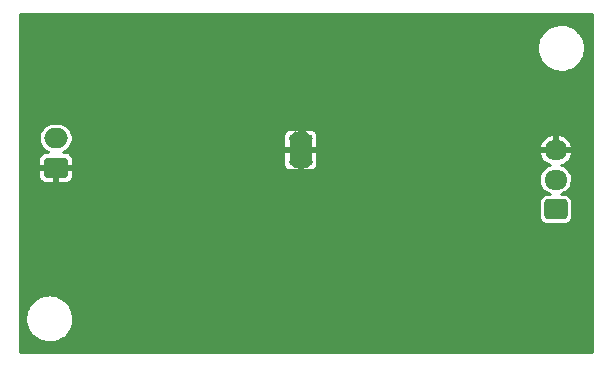
<source format=gbr>
%TF.GenerationSoftware,KiCad,Pcbnew,(6.0.2)*%
%TF.CreationDate,2022-10-19T14:59:14+05:30*%
%TF.ProjectId,psu,7073752e-6b69-4636-9164-5f7063625858,rev?*%
%TF.SameCoordinates,Original*%
%TF.FileFunction,Copper,L2,Bot*%
%TF.FilePolarity,Positive*%
%FSLAX46Y46*%
G04 Gerber Fmt 4.6, Leading zero omitted, Abs format (unit mm)*
G04 Created by KiCad (PCBNEW (6.0.2)) date 2022-10-19 14:59:14*
%MOMM*%
%LPD*%
G01*
G04 APERTURE LIST*
G04 Aperture macros list*
%AMRoundRect*
0 Rectangle with rounded corners*
0 $1 Rounding radius*
0 $2 $3 $4 $5 $6 $7 $8 $9 X,Y pos of 4 corners*
0 Add a 4 corners polygon primitive as box body*
4,1,4,$2,$3,$4,$5,$6,$7,$8,$9,$2,$3,0*
0 Add four circle primitives for the rounded corners*
1,1,$1+$1,$2,$3*
1,1,$1+$1,$4,$5*
1,1,$1+$1,$6,$7*
1,1,$1+$1,$8,$9*
0 Add four rect primitives between the rounded corners*
20,1,$1+$1,$2,$3,$4,$5,0*
20,1,$1+$1,$4,$5,$6,$7,0*
20,1,$1+$1,$6,$7,$8,$9,0*
20,1,$1+$1,$8,$9,$2,$3,0*%
G04 Aperture macros list end*
%TA.AperFunction,ComponentPad*%
%ADD10C,0.500000*%
%TD*%
%TA.AperFunction,SMDPad,CuDef*%
%ADD11R,1.900000X2.500000*%
%TD*%
%TA.AperFunction,ComponentPad*%
%ADD12RoundRect,0.250000X0.725000X-0.600000X0.725000X0.600000X-0.725000X0.600000X-0.725000X-0.600000X0*%
%TD*%
%TA.AperFunction,ComponentPad*%
%ADD13O,1.950000X1.700000*%
%TD*%
%TA.AperFunction,ComponentPad*%
%ADD14RoundRect,0.250000X0.750000X-0.600000X0.750000X0.600000X-0.750000X0.600000X-0.750000X-0.600000X0*%
%TD*%
%TA.AperFunction,ComponentPad*%
%ADD15O,2.000000X1.700000*%
%TD*%
%TA.AperFunction,ViaPad*%
%ADD16C,0.800000*%
%TD*%
G04 APERTURE END LIST*
D10*
%TO.P,U1,9,GNDPAD*%
%TO.N,GND*%
X147010000Y-83180000D03*
D11*
X146310000Y-82180000D03*
D10*
X145610000Y-83180000D03*
X145610000Y-82180000D03*
X147010000Y-81180000D03*
X147010000Y-82180000D03*
X145610000Y-81180000D03*
%TD*%
D12*
%TO.P,J2,1,Pin_1*%
%TO.N,/ADC*%
X167910000Y-87210000D03*
D13*
%TO.P,J2,2,Pin_2*%
%TO.N,VDD*%
X167910000Y-84710000D03*
%TO.P,J2,3,Pin_3*%
%TO.N,GND*%
X167910000Y-82210000D03*
%TD*%
D14*
%TO.P,J1,1,Pin_1*%
%TO.N,GND*%
X125603000Y-83693000D03*
D15*
%TO.P,J1,2,Pin_2*%
%TO.N,/V_in*%
X125603000Y-81193000D03*
%TD*%
D16*
%TO.N,GND*%
X162687000Y-98298000D03*
X139446000Y-92202000D03*
X138938000Y-74803000D03*
X133223000Y-72263000D03*
X125095000Y-87122000D03*
X150876000Y-81407000D03*
X168656000Y-77851000D03*
X155575000Y-98298000D03*
X167386000Y-77851000D03*
X163830000Y-98298000D03*
X146558000Y-72390000D03*
X138938000Y-72136000D03*
X149733000Y-98425000D03*
X124714000Y-86106000D03*
X147828000Y-98425000D03*
X156845000Y-98171000D03*
X145034000Y-72390000D03*
X166243000Y-77851000D03*
X133350000Y-74676000D03*
X125984000Y-86106000D03*
%TD*%
%TA.AperFunction,Conductor*%
%TO.N,GND*%
G36*
X171062121Y-70610002D02*
G01*
X171108614Y-70663658D01*
X171120000Y-70716000D01*
X171120000Y-99294000D01*
X171099998Y-99362121D01*
X171046342Y-99408614D01*
X170994000Y-99420000D01*
X122606000Y-99420000D01*
X122537879Y-99399998D01*
X122491386Y-99346342D01*
X122480000Y-99294000D01*
X122480000Y-96430323D01*
X123161041Y-96430323D01*
X123161216Y-96434774D01*
X123163386Y-96490000D01*
X123168199Y-96612477D01*
X123171578Y-96698484D01*
X123219793Y-96962485D01*
X123304725Y-97217059D01*
X123306718Y-97221047D01*
X123385652Y-97379018D01*
X123424680Y-97457126D01*
X123577263Y-97677896D01*
X123759432Y-97874965D01*
X123762886Y-97877777D01*
X123964093Y-98041585D01*
X123964097Y-98041588D01*
X123967550Y-98044399D01*
X124197465Y-98182820D01*
X124201560Y-98184554D01*
X124201562Y-98184555D01*
X124440490Y-98285728D01*
X124440497Y-98285730D01*
X124444591Y-98287464D01*
X124539773Y-98312701D01*
X124699698Y-98355105D01*
X124699702Y-98355106D01*
X124703995Y-98356244D01*
X124708404Y-98356766D01*
X124708410Y-98356767D01*
X124856497Y-98374294D01*
X124970503Y-98387787D01*
X125238796Y-98381464D01*
X125243190Y-98380733D01*
X125243197Y-98380732D01*
X125499120Y-98338135D01*
X125499124Y-98338134D01*
X125503522Y-98337402D01*
X125670642Y-98284549D01*
X125755152Y-98257822D01*
X125755154Y-98257821D01*
X125759398Y-98256479D01*
X125763409Y-98254553D01*
X125763414Y-98254551D01*
X125997301Y-98142240D01*
X125997302Y-98142239D01*
X126001320Y-98140310D01*
X126141417Y-98046700D01*
X126220752Y-97993690D01*
X126220756Y-97993687D01*
X126224460Y-97991212D01*
X126227777Y-97988241D01*
X126227781Y-97988238D01*
X126421047Y-97815134D01*
X126421048Y-97815133D01*
X126424365Y-97812162D01*
X126597048Y-97606731D01*
X126739063Y-97379018D01*
X126847576Y-97133567D01*
X126920422Y-96875275D01*
X126941965Y-96714884D01*
X126955720Y-96612477D01*
X126955721Y-96612469D01*
X126956147Y-96609295D01*
X126959896Y-96490000D01*
X126940942Y-96222302D01*
X126884458Y-95959946D01*
X126861891Y-95898774D01*
X126793112Y-95712343D01*
X126791571Y-95708166D01*
X126664135Y-95471985D01*
X126504692Y-95256116D01*
X126501573Y-95252947D01*
X126501569Y-95252943D01*
X126411847Y-95161801D01*
X126316424Y-95064867D01*
X126269659Y-95029177D01*
X126106627Y-94904755D01*
X126106623Y-94904753D01*
X126103086Y-94902053D01*
X125868936Y-94770923D01*
X125618646Y-94674093D01*
X125614321Y-94673090D01*
X125614316Y-94673089D01*
X125470619Y-94639782D01*
X125357209Y-94613495D01*
X125089842Y-94590338D01*
X125085407Y-94590582D01*
X125085403Y-94590582D01*
X124826323Y-94604840D01*
X124826316Y-94604841D01*
X124821880Y-94605085D01*
X124558669Y-94657441D01*
X124554459Y-94658919D01*
X124554457Y-94658920D01*
X124406434Y-94710902D01*
X124305460Y-94746362D01*
X124301509Y-94748415D01*
X124301503Y-94748417D01*
X124071257Y-94868020D01*
X124067307Y-94870072D01*
X124063692Y-94872655D01*
X124063686Y-94872659D01*
X123926279Y-94970853D01*
X123848961Y-95026105D01*
X123845741Y-95029177D01*
X123671971Y-95194945D01*
X123654778Y-95211346D01*
X123488633Y-95422100D01*
X123425127Y-95531433D01*
X123356079Y-95650307D01*
X123356076Y-95650313D01*
X123353841Y-95654161D01*
X123253092Y-95902900D01*
X123252021Y-95907213D01*
X123252019Y-95907218D01*
X123217281Y-96047065D01*
X123188395Y-96163353D01*
X123161041Y-96430323D01*
X122480000Y-96430323D01*
X122480000Y-84328199D01*
X124253001Y-84328199D01*
X124253539Y-84336411D01*
X124267366Y-84441444D01*
X124271604Y-84457259D01*
X124325741Y-84587959D01*
X124333930Y-84602142D01*
X124420046Y-84714372D01*
X124431626Y-84725952D01*
X124543861Y-84812072D01*
X124558042Y-84820259D01*
X124688739Y-84874396D01*
X124704558Y-84878634D01*
X124809590Y-84892462D01*
X124817799Y-84893000D01*
X125330885Y-84893000D01*
X125346124Y-84888525D01*
X125347329Y-84887135D01*
X125349000Y-84879452D01*
X125349000Y-84874884D01*
X125857000Y-84874884D01*
X125861475Y-84890123D01*
X125862865Y-84891328D01*
X125870548Y-84892999D01*
X126388199Y-84892999D01*
X126396411Y-84892461D01*
X126501444Y-84878634D01*
X126517259Y-84874396D01*
X126647959Y-84820259D01*
X126662142Y-84812070D01*
X126774372Y-84725954D01*
X126785952Y-84714374D01*
X126872072Y-84602139D01*
X126880259Y-84587958D01*
X126934396Y-84457261D01*
X126938634Y-84441442D01*
X126952462Y-84336410D01*
X126953000Y-84328201D01*
X126953000Y-83965115D01*
X126948525Y-83949876D01*
X126947135Y-83948671D01*
X126939452Y-83947000D01*
X125875115Y-83947000D01*
X125859876Y-83951475D01*
X125858671Y-83952865D01*
X125857000Y-83960548D01*
X125857000Y-84874884D01*
X125349000Y-84874884D01*
X125349000Y-83965115D01*
X125344525Y-83949876D01*
X125343135Y-83948671D01*
X125335452Y-83947000D01*
X124271116Y-83947000D01*
X124255877Y-83951475D01*
X124254672Y-83952865D01*
X124253001Y-83960548D01*
X124253001Y-84328199D01*
X122480000Y-84328199D01*
X122480000Y-83420885D01*
X124253000Y-83420885D01*
X124257475Y-83436124D01*
X124258865Y-83437329D01*
X124266548Y-83439000D01*
X126934884Y-83439000D01*
X126950123Y-83434525D01*
X126951328Y-83433135D01*
X126952999Y-83425452D01*
X126952999Y-83188188D01*
X145005901Y-83188188D01*
X145008923Y-83211142D01*
X145010001Y-83227589D01*
X145010001Y-83458568D01*
X145010672Y-83467734D01*
X145018700Y-83522278D01*
X145024443Y-83540759D01*
X145066889Y-83627213D01*
X145078849Y-83643918D01*
X145146572Y-83711523D01*
X145163300Y-83723455D01*
X145249838Y-83765755D01*
X145268306Y-83771463D01*
X145322297Y-83779340D01*
X145331396Y-83780000D01*
X145562418Y-83780000D01*
X145578864Y-83781078D01*
X145601812Y-83784099D01*
X145618188Y-83784099D01*
X145641136Y-83781078D01*
X145657582Y-83780000D01*
X145838331Y-83780000D01*
X145849220Y-83776803D01*
X145920216Y-83776804D01*
X145928748Y-83779644D01*
X145929702Y-83780000D01*
X146037885Y-83780000D01*
X146053124Y-83775525D01*
X146054329Y-83774135D01*
X146056000Y-83766452D01*
X146056000Y-83761884D01*
X146564000Y-83761884D01*
X146568475Y-83777123D01*
X146569865Y-83778328D01*
X146577548Y-83779999D01*
X146686784Y-83779999D01*
X146697671Y-83776802D01*
X146768667Y-83776801D01*
X146777206Y-83779643D01*
X146778160Y-83779999D01*
X146962412Y-83779999D01*
X146978859Y-83781077D01*
X147001812Y-83784099D01*
X147018188Y-83784099D01*
X147041142Y-83781077D01*
X147057589Y-83779999D01*
X147288568Y-83779999D01*
X147297734Y-83779328D01*
X147352278Y-83771300D01*
X147370759Y-83765557D01*
X147457213Y-83723111D01*
X147473918Y-83711151D01*
X147541523Y-83643428D01*
X147553455Y-83626700D01*
X147595755Y-83540162D01*
X147601463Y-83521694D01*
X147609340Y-83467703D01*
X147610000Y-83458604D01*
X147610000Y-83227582D01*
X147611078Y-83211136D01*
X147614099Y-83188188D01*
X147614099Y-83171812D01*
X147611078Y-83148864D01*
X147610000Y-83132418D01*
X147610000Y-82482722D01*
X166614189Y-82482722D01*
X166619944Y-82516213D01*
X166622925Y-82527339D01*
X166695258Y-82723408D01*
X166700210Y-82733790D01*
X166807064Y-82913396D01*
X166813829Y-82922708D01*
X166951629Y-83079837D01*
X166959972Y-83087754D01*
X167124095Y-83217138D01*
X167133751Y-83223409D01*
X167318696Y-83320713D01*
X167329335Y-83325120D01*
X167459650Y-83365584D01*
X167518776Y-83404887D01*
X167547266Y-83469916D01*
X167536076Y-83540025D01*
X167488759Y-83592955D01*
X167456488Y-83607185D01*
X167370931Y-83631314D01*
X167365753Y-83633867D01*
X167365749Y-83633869D01*
X167318417Y-83657211D01*
X167181290Y-83724835D01*
X167011867Y-83851349D01*
X166868337Y-84006619D01*
X166865256Y-84011502D01*
X166853045Y-84030856D01*
X166755505Y-84185446D01*
X166677152Y-84381840D01*
X166676027Y-84387497D01*
X166676025Y-84387503D01*
X166665296Y-84441444D01*
X166635901Y-84589225D01*
X166635825Y-84595000D01*
X166635825Y-84595004D01*
X166635431Y-84625128D01*
X166633133Y-84800654D01*
X166634112Y-84806351D01*
X166634112Y-84806352D01*
X166649001Y-84892999D01*
X166668941Y-85009047D01*
X166742127Y-85207425D01*
X166850238Y-85389144D01*
X166989655Y-85548119D01*
X167155708Y-85679024D01*
X167160819Y-85681713D01*
X167160822Y-85681715D01*
X167191241Y-85697719D01*
X167342836Y-85777477D01*
X167457777Y-85813167D01*
X167516902Y-85852470D01*
X167545393Y-85917500D01*
X167534203Y-85987609D01*
X167486886Y-86040539D01*
X167420413Y-86059500D01*
X167142228Y-86059500D01*
X167052453Y-86070364D01*
X167044925Y-86073344D01*
X167044923Y-86073345D01*
X166975832Y-86100700D01*
X166912217Y-86125887D01*
X166792078Y-86217078D01*
X166700887Y-86337217D01*
X166645364Y-86477453D01*
X166634500Y-86567228D01*
X166634500Y-87852772D01*
X166645364Y-87942547D01*
X166700887Y-88082783D01*
X166792078Y-88202922D01*
X166912217Y-88294113D01*
X166975832Y-88319300D01*
X167044923Y-88346655D01*
X167044925Y-88346656D01*
X167052453Y-88349636D01*
X167142228Y-88360500D01*
X168677772Y-88360500D01*
X168767547Y-88349636D01*
X168775075Y-88346656D01*
X168775077Y-88346655D01*
X168844168Y-88319300D01*
X168907783Y-88294113D01*
X169027922Y-88202922D01*
X169119113Y-88082783D01*
X169174636Y-87942547D01*
X169185500Y-87852772D01*
X169185500Y-86567228D01*
X169174636Y-86477453D01*
X169119113Y-86337217D01*
X169027922Y-86217078D01*
X168907783Y-86125887D01*
X168844168Y-86100700D01*
X168775077Y-86073345D01*
X168775075Y-86073344D01*
X168767547Y-86070364D01*
X168677772Y-86059500D01*
X168399785Y-86059500D01*
X168331664Y-86039498D01*
X168285171Y-85985842D01*
X168275067Y-85915568D01*
X168304561Y-85850988D01*
X168365584Y-85812231D01*
X168449069Y-85788686D01*
X168454247Y-85786133D01*
X168454251Y-85786131D01*
X168633531Y-85697719D01*
X168638710Y-85695165D01*
X168808133Y-85568651D01*
X168951663Y-85413381D01*
X168964215Y-85393488D01*
X169061416Y-85239434D01*
X169061416Y-85239433D01*
X169064495Y-85234554D01*
X169142848Y-85038160D01*
X169143973Y-85032503D01*
X169143975Y-85032497D01*
X169182972Y-84836442D01*
X169182972Y-84836440D01*
X169184099Y-84830775D01*
X169184494Y-84800654D01*
X169186791Y-84625128D01*
X169186867Y-84619346D01*
X169151059Y-84410953D01*
X169077873Y-84212575D01*
X168969762Y-84030856D01*
X168830345Y-83871881D01*
X168664292Y-83740976D01*
X168659181Y-83738287D01*
X168659178Y-83738285D01*
X168505081Y-83657211D01*
X168477164Y-83642523D01*
X168359676Y-83606042D01*
X168300551Y-83566739D01*
X168272060Y-83501709D01*
X168283250Y-83431600D01*
X168330567Y-83378670D01*
X168362839Y-83364440D01*
X168461323Y-83336665D01*
X168472064Y-83332542D01*
X168659503Y-83240107D01*
X168669311Y-83234097D01*
X168836773Y-83109047D01*
X168845313Y-83101357D01*
X168987184Y-82947883D01*
X168994185Y-82938758D01*
X169105707Y-82762006D01*
X169110928Y-82751759D01*
X169188371Y-82557647D01*
X169191640Y-82546611D01*
X169204538Y-82481770D01*
X169203386Y-82468894D01*
X169188230Y-82464000D01*
X166629087Y-82464000D01*
X166616125Y-82467806D01*
X166614189Y-82482722D01*
X147610000Y-82482722D01*
X147610000Y-82452115D01*
X147605525Y-82436876D01*
X147604135Y-82435671D01*
X147596452Y-82434000D01*
X147127668Y-82434000D01*
X147102023Y-82441530D01*
X146876365Y-82667188D01*
X146868751Y-82681132D01*
X146868882Y-82682965D01*
X146873133Y-82689580D01*
X147274458Y-83090905D01*
X147308484Y-83153217D01*
X147303419Y-83224032D01*
X147274458Y-83269095D01*
X146823324Y-83720229D01*
X146761012Y-83754255D01*
X146690197Y-83749190D01*
X146645134Y-83720229D01*
X146576811Y-83651906D01*
X146566723Y-83646398D01*
X146564000Y-83653700D01*
X146564000Y-83761884D01*
X146056000Y-83761884D01*
X146056000Y-83657211D01*
X146052763Y-83646186D01*
X146045670Y-83649425D01*
X145974866Y-83720229D01*
X145912554Y-83754255D01*
X145841739Y-83749190D01*
X145796676Y-83720229D01*
X145345542Y-83269095D01*
X145311516Y-83206783D01*
X145313351Y-83181132D01*
X145968751Y-83181132D01*
X145968882Y-83182965D01*
X145973133Y-83189580D01*
X146043188Y-83259635D01*
X146053277Y-83265144D01*
X146056000Y-83257843D01*
X146056000Y-83254332D01*
X146564000Y-83254332D01*
X146567237Y-83265357D01*
X146574328Y-83262119D01*
X146643635Y-83192812D01*
X146651249Y-83178868D01*
X146651118Y-83177035D01*
X146646867Y-83170420D01*
X146576812Y-83100365D01*
X146566723Y-83094856D01*
X146564000Y-83102157D01*
X146564000Y-83254332D01*
X146056000Y-83254332D01*
X146056000Y-83105668D01*
X146052763Y-83094643D01*
X146045672Y-83097881D01*
X145976365Y-83167188D01*
X145968751Y-83181132D01*
X145313351Y-83181132D01*
X145316581Y-83135968D01*
X145345542Y-83090905D01*
X145743635Y-82692812D01*
X145750013Y-82681132D01*
X146020294Y-82681132D01*
X146020425Y-82682965D01*
X146024676Y-82689580D01*
X146043188Y-82708092D01*
X146053277Y-82713601D01*
X146056000Y-82706300D01*
X146056000Y-82702789D01*
X146564000Y-82702789D01*
X146567237Y-82713814D01*
X146574328Y-82710576D01*
X146592092Y-82692812D01*
X146599706Y-82678868D01*
X146599575Y-82677035D01*
X146595324Y-82670420D01*
X146576812Y-82651908D01*
X146566723Y-82646399D01*
X146564000Y-82653700D01*
X146564000Y-82702789D01*
X146056000Y-82702789D01*
X146056000Y-82657211D01*
X146052763Y-82646186D01*
X146045672Y-82649424D01*
X146027908Y-82667188D01*
X146020294Y-82681132D01*
X145750013Y-82681132D01*
X145751249Y-82678868D01*
X145751118Y-82677035D01*
X145746867Y-82670420D01*
X145523259Y-82446812D01*
X145499797Y-82434000D01*
X145028116Y-82434000D01*
X145012877Y-82438475D01*
X145011672Y-82439865D01*
X145010001Y-82447548D01*
X145010001Y-83132411D01*
X145008923Y-83148858D01*
X145005901Y-83171812D01*
X145005901Y-83188188D01*
X126952999Y-83188188D01*
X126952999Y-83057801D01*
X126952461Y-83049589D01*
X126938634Y-82944556D01*
X126934396Y-82928741D01*
X126880259Y-82798041D01*
X126872070Y-82783858D01*
X126785954Y-82671628D01*
X126774374Y-82660048D01*
X126662139Y-82573928D01*
X126647958Y-82565741D01*
X126517261Y-82511604D01*
X126501442Y-82507366D01*
X126396410Y-82493538D01*
X126388201Y-82493000D01*
X126258673Y-82493000D01*
X126190552Y-82472998D01*
X126144059Y-82419342D01*
X126133955Y-82349068D01*
X126163449Y-82284488D01*
X126202945Y-82253994D01*
X126351527Y-82180721D01*
X126356710Y-82178165D01*
X126526133Y-82051651D01*
X126630978Y-81938230D01*
X166615462Y-81938230D01*
X166616614Y-81951106D01*
X166631770Y-81956000D01*
X167637885Y-81956000D01*
X167653124Y-81951525D01*
X167654329Y-81950135D01*
X167656000Y-81942452D01*
X167656000Y-81937885D01*
X168164000Y-81937885D01*
X168168475Y-81953124D01*
X168169865Y-81954329D01*
X168177548Y-81956000D01*
X169190913Y-81956000D01*
X169203875Y-81952194D01*
X169205811Y-81937278D01*
X169200056Y-81903787D01*
X169197075Y-81892661D01*
X169124742Y-81696592D01*
X169119790Y-81686210D01*
X169012936Y-81506604D01*
X169006171Y-81497292D01*
X168868371Y-81340163D01*
X168860028Y-81332246D01*
X168695905Y-81202862D01*
X168686249Y-81196591D01*
X168501304Y-81099287D01*
X168490667Y-81094881D01*
X168291084Y-81032908D01*
X168279826Y-81030515D01*
X168181988Y-81018935D01*
X168167569Y-81021377D01*
X168164000Y-81034119D01*
X168164000Y-81937885D01*
X167656000Y-81937885D01*
X167656000Y-81034827D01*
X167651729Y-81020282D01*
X167639595Y-81018219D01*
X167571134Y-81024510D01*
X167559820Y-81026607D01*
X167358675Y-81083336D01*
X167347936Y-81087458D01*
X167160497Y-81179893D01*
X167150689Y-81185903D01*
X166983227Y-81310953D01*
X166974687Y-81318643D01*
X166832816Y-81472117D01*
X166825815Y-81481242D01*
X166714293Y-81657994D01*
X166709072Y-81668241D01*
X166631629Y-81862353D01*
X166628360Y-81873389D01*
X166615462Y-81938230D01*
X126630978Y-81938230D01*
X126631858Y-81937278D01*
X126665743Y-81900622D01*
X126665745Y-81900620D01*
X126669663Y-81896381D01*
X126684170Y-81873389D01*
X126779416Y-81722434D01*
X126779416Y-81722433D01*
X126782495Y-81717554D01*
X126860848Y-81521160D01*
X126861973Y-81515503D01*
X126861975Y-81515497D01*
X126900972Y-81319442D01*
X126900972Y-81319440D01*
X126902099Y-81313775D01*
X126902494Y-81283654D01*
X126903743Y-81188188D01*
X145005901Y-81188188D01*
X145008922Y-81211136D01*
X145010000Y-81227582D01*
X145010000Y-81907885D01*
X145014475Y-81923124D01*
X145015865Y-81924329D01*
X145023548Y-81926000D01*
X145492332Y-81926000D01*
X145517977Y-81918470D01*
X145743635Y-81692812D01*
X145750013Y-81681132D01*
X146020294Y-81681132D01*
X146020425Y-81682965D01*
X146024676Y-81689580D01*
X146043188Y-81708092D01*
X146053277Y-81713601D01*
X146056000Y-81706300D01*
X146056000Y-81702789D01*
X146564000Y-81702789D01*
X146567237Y-81713814D01*
X146574328Y-81710576D01*
X146592092Y-81692812D01*
X146599706Y-81678868D01*
X146599575Y-81677035D01*
X146595324Y-81670420D01*
X146576812Y-81651908D01*
X146566723Y-81646399D01*
X146564000Y-81653700D01*
X146564000Y-81702789D01*
X146056000Y-81702789D01*
X146056000Y-81657211D01*
X146052763Y-81646186D01*
X146045672Y-81649424D01*
X146027908Y-81667188D01*
X146020294Y-81681132D01*
X145750013Y-81681132D01*
X145751249Y-81678868D01*
X145751118Y-81677035D01*
X145746867Y-81670420D01*
X145345542Y-81269095D01*
X145311516Y-81206783D01*
X145313351Y-81181132D01*
X145968751Y-81181132D01*
X145968882Y-81182965D01*
X145973133Y-81189580D01*
X146043188Y-81259635D01*
X146053277Y-81265144D01*
X146056000Y-81257843D01*
X146056000Y-81254332D01*
X146564000Y-81254332D01*
X146567237Y-81265357D01*
X146574328Y-81262119D01*
X146643635Y-81192812D01*
X146651249Y-81178868D01*
X146651118Y-81177035D01*
X146646867Y-81170420D01*
X146576812Y-81100365D01*
X146566723Y-81094856D01*
X146564000Y-81102157D01*
X146564000Y-81254332D01*
X146056000Y-81254332D01*
X146056000Y-81105668D01*
X146052763Y-81094643D01*
X146045672Y-81097881D01*
X145976365Y-81167188D01*
X145968751Y-81181132D01*
X145313351Y-81181132D01*
X145316581Y-81135968D01*
X145345542Y-81090905D01*
X145796676Y-80639771D01*
X145858988Y-80605745D01*
X145929803Y-80610810D01*
X145974866Y-80639771D01*
X146043189Y-80708094D01*
X146053277Y-80713602D01*
X146056000Y-80706300D01*
X146056000Y-80702789D01*
X146564000Y-80702789D01*
X146567237Y-80713814D01*
X146574330Y-80710575D01*
X146645134Y-80639771D01*
X146707446Y-80605745D01*
X146778261Y-80610810D01*
X146823324Y-80639771D01*
X147274458Y-81090905D01*
X147308484Y-81153217D01*
X147303419Y-81224032D01*
X147274458Y-81269095D01*
X146876365Y-81667188D01*
X146868751Y-81681132D01*
X146868882Y-81682965D01*
X146873133Y-81689580D01*
X147096741Y-81913188D01*
X147120203Y-81926000D01*
X147591884Y-81926000D01*
X147607123Y-81921525D01*
X147608328Y-81920135D01*
X147609999Y-81912452D01*
X147609999Y-81227589D01*
X147611077Y-81211142D01*
X147614099Y-81188188D01*
X147614099Y-81171812D01*
X147611077Y-81148858D01*
X147609999Y-81132411D01*
X147609999Y-80901432D01*
X147609328Y-80892266D01*
X147601300Y-80837722D01*
X147595557Y-80819241D01*
X147553111Y-80732787D01*
X147541151Y-80716082D01*
X147473428Y-80648477D01*
X147456700Y-80636545D01*
X147370162Y-80594245D01*
X147351694Y-80588537D01*
X147297703Y-80580660D01*
X147288604Y-80580000D01*
X147057582Y-80580000D01*
X147041136Y-80578922D01*
X147018188Y-80575901D01*
X147001812Y-80575901D01*
X146978864Y-80578922D01*
X146962418Y-80580000D01*
X146781669Y-80580000D01*
X146770780Y-80583197D01*
X146699784Y-80583196D01*
X146691252Y-80580356D01*
X146690298Y-80580000D01*
X146582115Y-80580000D01*
X146566876Y-80584475D01*
X146565671Y-80585865D01*
X146564000Y-80593548D01*
X146564000Y-80702789D01*
X146056000Y-80702789D01*
X146056000Y-80598116D01*
X146051525Y-80582877D01*
X146050135Y-80581672D01*
X146042452Y-80580001D01*
X145933216Y-80580001D01*
X145922329Y-80583198D01*
X145851333Y-80583199D01*
X145842794Y-80580357D01*
X145841840Y-80580001D01*
X145657588Y-80580001D01*
X145641141Y-80578923D01*
X145618188Y-80575901D01*
X145601812Y-80575901D01*
X145578858Y-80578923D01*
X145562411Y-80580001D01*
X145331432Y-80580001D01*
X145322266Y-80580672D01*
X145267722Y-80588700D01*
X145249241Y-80594443D01*
X145162787Y-80636889D01*
X145146082Y-80648849D01*
X145078477Y-80716572D01*
X145066545Y-80733300D01*
X145024245Y-80819838D01*
X145018537Y-80838306D01*
X145010660Y-80892297D01*
X145010000Y-80901396D01*
X145010000Y-81132418D01*
X145008922Y-81148864D01*
X145005901Y-81171812D01*
X145005901Y-81188188D01*
X126903743Y-81188188D01*
X126903773Y-81185903D01*
X126904867Y-81102346D01*
X126869059Y-80893953D01*
X126795873Y-80695575D01*
X126729016Y-80583198D01*
X126690716Y-80518821D01*
X126690715Y-80518820D01*
X126687762Y-80513856D01*
X126548345Y-80354881D01*
X126382292Y-80223976D01*
X126377181Y-80221287D01*
X126377178Y-80221285D01*
X126282362Y-80171400D01*
X126195164Y-80125523D01*
X125993227Y-80062820D01*
X125978801Y-80061113D01*
X125825232Y-80042936D01*
X125825225Y-80042936D01*
X125821545Y-80042500D01*
X125399359Y-80042500D01*
X125242440Y-80056919D01*
X125236878Y-80058488D01*
X125236876Y-80058488D01*
X125180775Y-80074310D01*
X125038931Y-80114314D01*
X125033753Y-80116867D01*
X125033749Y-80116869D01*
X124858508Y-80203289D01*
X124849290Y-80207835D01*
X124679867Y-80334349D01*
X124536337Y-80489619D01*
X124533256Y-80494502D01*
X124436105Y-80648477D01*
X124423505Y-80668446D01*
X124345152Y-80864840D01*
X124344027Y-80870497D01*
X124344025Y-80870503D01*
X124311340Y-81034827D01*
X124303901Y-81072225D01*
X124303825Y-81078000D01*
X124303825Y-81078004D01*
X124303463Y-81105668D01*
X124301133Y-81283654D01*
X124302112Y-81289351D01*
X124302112Y-81289352D01*
X124309483Y-81332246D01*
X124336941Y-81492047D01*
X124410127Y-81690425D01*
X124413079Y-81695386D01*
X124413079Y-81695387D01*
X124422116Y-81710576D01*
X124518238Y-81872144D01*
X124657655Y-82031119D01*
X124823708Y-82162024D01*
X124828819Y-82164713D01*
X124828822Y-82164715D01*
X125001363Y-82255493D01*
X125052335Y-82304912D01*
X125068498Y-82374045D01*
X125044719Y-82440941D01*
X124988548Y-82484361D01*
X124942695Y-82493001D01*
X124817801Y-82493001D01*
X124809589Y-82493539D01*
X124704556Y-82507366D01*
X124688741Y-82511604D01*
X124558041Y-82565741D01*
X124543858Y-82573930D01*
X124431628Y-82660046D01*
X124420048Y-82671626D01*
X124333928Y-82783861D01*
X124325741Y-82798042D01*
X124271604Y-82928739D01*
X124267366Y-82944558D01*
X124253538Y-83049590D01*
X124253000Y-83057799D01*
X124253000Y-83420885D01*
X122480000Y-83420885D01*
X122480000Y-73510323D01*
X166481041Y-73510323D01*
X166481216Y-73514774D01*
X166483386Y-73570000D01*
X166488199Y-73692477D01*
X166491578Y-73778484D01*
X166539793Y-74042485D01*
X166624725Y-74297059D01*
X166626718Y-74301047D01*
X166705652Y-74459018D01*
X166744680Y-74537126D01*
X166897263Y-74757896D01*
X167079432Y-74954965D01*
X167082886Y-74957777D01*
X167284093Y-75121585D01*
X167284097Y-75121588D01*
X167287550Y-75124399D01*
X167517465Y-75262820D01*
X167521560Y-75264554D01*
X167521562Y-75264555D01*
X167760490Y-75365728D01*
X167760497Y-75365730D01*
X167764591Y-75367464D01*
X167859773Y-75392701D01*
X168019698Y-75435105D01*
X168019702Y-75435106D01*
X168023995Y-75436244D01*
X168028404Y-75436766D01*
X168028410Y-75436767D01*
X168176497Y-75454294D01*
X168290503Y-75467787D01*
X168558796Y-75461464D01*
X168563190Y-75460733D01*
X168563197Y-75460732D01*
X168819120Y-75418135D01*
X168819124Y-75418134D01*
X168823522Y-75417402D01*
X168990642Y-75364549D01*
X169075152Y-75337822D01*
X169075154Y-75337821D01*
X169079398Y-75336479D01*
X169083409Y-75334553D01*
X169083414Y-75334551D01*
X169317301Y-75222240D01*
X169317302Y-75222239D01*
X169321320Y-75220310D01*
X169461417Y-75126700D01*
X169540752Y-75073690D01*
X169540756Y-75073687D01*
X169544460Y-75071212D01*
X169547777Y-75068241D01*
X169547781Y-75068238D01*
X169741047Y-74895134D01*
X169741048Y-74895133D01*
X169744365Y-74892162D01*
X169917048Y-74686731D01*
X170059063Y-74459018D01*
X170167576Y-74213567D01*
X170240422Y-73955275D01*
X170261965Y-73794884D01*
X170275720Y-73692477D01*
X170275721Y-73692469D01*
X170276147Y-73689295D01*
X170279896Y-73570000D01*
X170260942Y-73302302D01*
X170204458Y-73039946D01*
X170181891Y-72978774D01*
X170113112Y-72792343D01*
X170111571Y-72788166D01*
X169984135Y-72551985D01*
X169824692Y-72336116D01*
X169821573Y-72332947D01*
X169821569Y-72332943D01*
X169731847Y-72241801D01*
X169636424Y-72144867D01*
X169589659Y-72109177D01*
X169426627Y-71984755D01*
X169426623Y-71984753D01*
X169423086Y-71982053D01*
X169188936Y-71850923D01*
X168938646Y-71754093D01*
X168934321Y-71753090D01*
X168934316Y-71753089D01*
X168790619Y-71719782D01*
X168677209Y-71693495D01*
X168409842Y-71670338D01*
X168405407Y-71670582D01*
X168405403Y-71670582D01*
X168146323Y-71684840D01*
X168146316Y-71684841D01*
X168141880Y-71685085D01*
X167878669Y-71737441D01*
X167874459Y-71738919D01*
X167874457Y-71738920D01*
X167726434Y-71790902D01*
X167625460Y-71826362D01*
X167621509Y-71828415D01*
X167621503Y-71828417D01*
X167391257Y-71948020D01*
X167387307Y-71950072D01*
X167383692Y-71952655D01*
X167383686Y-71952659D01*
X167246279Y-72050853D01*
X167168961Y-72106105D01*
X167165741Y-72109177D01*
X166991971Y-72274945D01*
X166974778Y-72291346D01*
X166808633Y-72502100D01*
X166745127Y-72611433D01*
X166676079Y-72730307D01*
X166676076Y-72730313D01*
X166673841Y-72734161D01*
X166573092Y-72982900D01*
X166572021Y-72987213D01*
X166572019Y-72987218D01*
X166537281Y-73127065D01*
X166508395Y-73243353D01*
X166481041Y-73510323D01*
X122480000Y-73510323D01*
X122480000Y-70716000D01*
X122500002Y-70647879D01*
X122553658Y-70601386D01*
X122606000Y-70590000D01*
X170994000Y-70590000D01*
X171062121Y-70610002D01*
G37*
%TD.AperFunction*%
%TD*%
M02*

</source>
